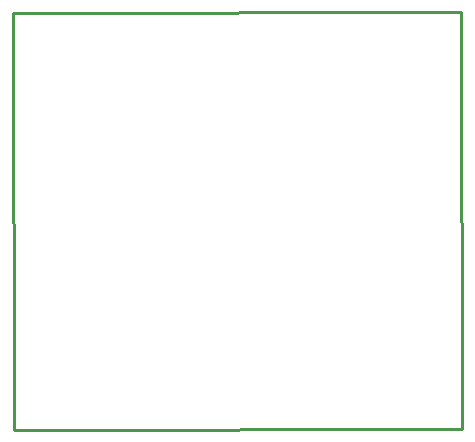
<source format=gbr>
G04 EAGLE Gerber RS-274X export*
G75*
%MOMM*%
%FSLAX34Y34*%
%LPD*%
%IN*%
%IPPOS*%
%AMOC8*
5,1,8,0,0,1.08239X$1,22.5*%
G01*
%ADD10C,0.254000*%


D10*
X-1027Y353444D02*
X0Y0D01*
X379430Y571D01*
X378403Y354015D01*
X-1027Y353444D01*
M02*

</source>
